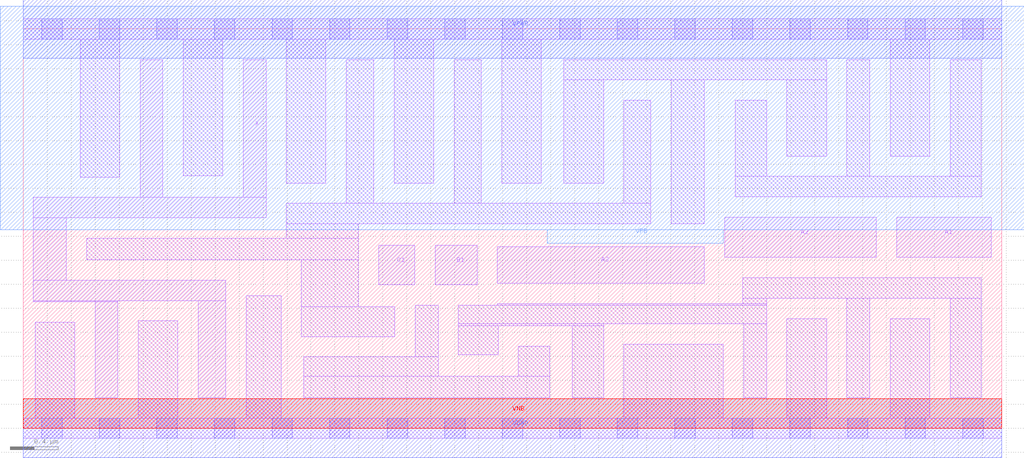
<source format=lef>
# Copyright 2020 The SkyWater PDK Authors
#
# Licensed under the Apache License, Version 2.0 (the "License");
# you may not use this file except in compliance with the License.
# You may obtain a copy of the License at
#
#     https://www.apache.org/licenses/LICENSE-2.0
#
# Unless required by applicable law or agreed to in writing, software
# distributed under the License is distributed on an "AS IS" BASIS,
# WITHOUT WARRANTIES OR CONDITIONS OF ANY KIND, either express or implied.
# See the License for the specific language governing permissions and
# limitations under the License.
#
# SPDX-License-Identifier: Apache-2.0

VERSION 5.7 ;
  NOWIREEXTENSIONATPIN ON ;
  DIVIDERCHAR "/" ;
  BUSBITCHARS "[]" ;
MACRO sky130_fd_sc_lp__o311a_4
  CLASS CORE ;
  FOREIGN sky130_fd_sc_lp__o311a_4 ;
  ORIGIN  0.000000  0.000000 ;
  SIZE  8.160000 BY  3.330000 ;
  SYMMETRY X Y R90 ;
  SITE unit ;
  PIN A1
    ANTENNAGATEAREA  0.630000 ;
    DIRECTION INPUT ;
    USE SIGNAL ;
    PORT
      LAYER li1 ;
        RECT 7.285000 1.425000 8.075000 1.760000 ;
    END
  END A1
  PIN A2
    ANTENNAGATEAREA  0.630000 ;
    DIRECTION INPUT ;
    USE SIGNAL ;
    PORT
      LAYER li1 ;
        RECT 5.850000 1.425000 7.115000 1.760000 ;
    END
  END A2
  PIN A3
    ANTENNAGATEAREA  0.630000 ;
    DIRECTION INPUT ;
    USE SIGNAL ;
    PORT
      LAYER li1 ;
        RECT 3.955000 1.210000 5.680000 1.515000 ;
    END
  END A3
  PIN B1
    ANTENNAGATEAREA  0.630000 ;
    DIRECTION INPUT ;
    USE SIGNAL ;
    PORT
      LAYER li1 ;
        RECT 3.435000 1.195000 3.785000 1.525000 ;
    END
  END B1
  PIN C1
    ANTENNAGATEAREA  0.630000 ;
    DIRECTION INPUT ;
    USE SIGNAL ;
    PORT
      LAYER li1 ;
        RECT 2.965000 1.195000 3.265000 1.525000 ;
    END
  END C1
  PIN X
    ANTENNADIFFAREA  1.176000 ;
    DIRECTION OUTPUT ;
    USE SIGNAL ;
    PORT
      LAYER li1 ;
        RECT 0.085000 1.055000 0.790000 1.065000 ;
        RECT 0.085000 1.065000 1.690000 1.235000 ;
        RECT 0.085000 1.235000 0.360000 1.755000 ;
        RECT 0.085000 1.755000 2.025000 1.925000 ;
        RECT 0.600000 0.255000 0.790000 1.055000 ;
        RECT 0.975000 1.925000 1.165000 3.075000 ;
        RECT 1.460000 0.255000 1.690000 1.065000 ;
        RECT 1.835000 1.925000 2.025000 3.075000 ;
    END
  END X
  PIN VGND
    DIRECTION INOUT ;
    USE GROUND ;
    PORT
      LAYER met1 ;
        RECT 0.000000 -0.245000 8.160000 0.245000 ;
    END
  END VGND
  PIN VNB
    DIRECTION INOUT ;
    USE GROUND ;
    PORT
      LAYER pwell ;
        RECT 0.000000 0.000000 8.160000 0.245000 ;
    END
  END VNB
  PIN VPB
    DIRECTION INOUT ;
    USE POWER ;
    PORT
      LAYER nwell ;
        RECT -0.190000 1.655000 8.350000 3.520000 ;
        RECT  4.370000 1.545000 5.840000 1.655000 ;
    END
  END VPB
  PIN VPWR
    DIRECTION INOUT ;
    USE POWER ;
    PORT
      LAYER met1 ;
        RECT 0.000000 3.085000 8.160000 3.575000 ;
    END
  END VPWR
  OBS
    LAYER li1 ;
      RECT 0.000000 -0.085000 8.160000 0.085000 ;
      RECT 0.000000  3.245000 8.160000 3.415000 ;
      RECT 0.100000  0.085000 0.430000 0.885000 ;
      RECT 0.475000  2.095000 0.805000 3.245000 ;
      RECT 0.530000  1.405000 2.795000 1.585000 ;
      RECT 0.960000  0.085000 1.290000 0.895000 ;
      RECT 1.335000  2.105000 1.665000 3.245000 ;
      RECT 1.860000  0.085000 2.150000 1.105000 ;
      RECT 2.195000  1.585000 2.795000 1.705000 ;
      RECT 2.195000  1.705000 5.235000 1.875000 ;
      RECT 2.195000  2.045000 2.525000 3.245000 ;
      RECT 2.320000  0.765000 3.100000 1.015000 ;
      RECT 2.320000  1.015000 2.795000 1.405000 ;
      RECT 2.340000  0.255000 4.390000 0.435000 ;
      RECT 2.340000  0.435000 3.460000 0.595000 ;
      RECT 2.695000  1.875000 2.925000 3.075000 ;
      RECT 3.095000  2.045000 3.425000 3.245000 ;
      RECT 3.270000  0.595000 3.460000 1.025000 ;
      RECT 3.595000  1.875000 3.820000 3.075000 ;
      RECT 3.630000  0.615000 3.960000 0.855000 ;
      RECT 3.630000  0.855000 4.840000 0.870000 ;
      RECT 3.630000  0.870000 6.200000 1.025000 ;
      RECT 3.955000  1.025000 6.200000 1.040000 ;
      RECT 3.990000  2.045000 4.320000 3.245000 ;
      RECT 4.130000  0.435000 4.390000 0.685000 ;
      RECT 4.510000  2.045000 4.840000 2.905000 ;
      RECT 4.510000  2.905000 6.700000 3.075000 ;
      RECT 4.580000  0.255000 4.840000 0.855000 ;
      RECT 5.010000  0.085000 5.840000 0.700000 ;
      RECT 5.010000  1.875000 5.235000 2.735000 ;
      RECT 5.405000  1.705000 5.680000 2.905000 ;
      RECT 5.940000  1.930000 7.990000 2.100000 ;
      RECT 5.940000  2.100000 6.200000 2.735000 ;
      RECT 6.000000  1.040000 6.200000 1.085000 ;
      RECT 6.000000  1.085000 7.990000 1.255000 ;
      RECT 6.010000  0.255000 6.200000 0.870000 ;
      RECT 6.370000  0.085000 6.700000 0.915000 ;
      RECT 6.370000  2.270000 6.700000 2.905000 ;
      RECT 6.870000  0.255000 7.060000 1.085000 ;
      RECT 6.870000  2.100000 7.060000 3.075000 ;
      RECT 7.230000  0.085000 7.560000 0.915000 ;
      RECT 7.230000  2.270000 7.560000 3.245000 ;
      RECT 7.730000  0.255000 7.990000 1.085000 ;
      RECT 7.730000  2.100000 7.990000 3.075000 ;
    LAYER mcon ;
      RECT 0.155000 -0.085000 0.325000 0.085000 ;
      RECT 0.155000  3.245000 0.325000 3.415000 ;
      RECT 0.635000 -0.085000 0.805000 0.085000 ;
      RECT 0.635000  3.245000 0.805000 3.415000 ;
      RECT 1.115000 -0.085000 1.285000 0.085000 ;
      RECT 1.115000  3.245000 1.285000 3.415000 ;
      RECT 1.595000 -0.085000 1.765000 0.085000 ;
      RECT 1.595000  3.245000 1.765000 3.415000 ;
      RECT 2.075000 -0.085000 2.245000 0.085000 ;
      RECT 2.075000  3.245000 2.245000 3.415000 ;
      RECT 2.555000 -0.085000 2.725000 0.085000 ;
      RECT 2.555000  3.245000 2.725000 3.415000 ;
      RECT 3.035000 -0.085000 3.205000 0.085000 ;
      RECT 3.035000  3.245000 3.205000 3.415000 ;
      RECT 3.515000 -0.085000 3.685000 0.085000 ;
      RECT 3.515000  3.245000 3.685000 3.415000 ;
      RECT 3.995000 -0.085000 4.165000 0.085000 ;
      RECT 3.995000  3.245000 4.165000 3.415000 ;
      RECT 4.475000 -0.085000 4.645000 0.085000 ;
      RECT 4.475000  3.245000 4.645000 3.415000 ;
      RECT 4.955000 -0.085000 5.125000 0.085000 ;
      RECT 4.955000  3.245000 5.125000 3.415000 ;
      RECT 5.435000 -0.085000 5.605000 0.085000 ;
      RECT 5.435000  3.245000 5.605000 3.415000 ;
      RECT 5.915000 -0.085000 6.085000 0.085000 ;
      RECT 5.915000  3.245000 6.085000 3.415000 ;
      RECT 6.395000 -0.085000 6.565000 0.085000 ;
      RECT 6.395000  3.245000 6.565000 3.415000 ;
      RECT 6.875000 -0.085000 7.045000 0.085000 ;
      RECT 6.875000  3.245000 7.045000 3.415000 ;
      RECT 7.355000 -0.085000 7.525000 0.085000 ;
      RECT 7.355000  3.245000 7.525000 3.415000 ;
      RECT 7.835000 -0.085000 8.005000 0.085000 ;
      RECT 7.835000  3.245000 8.005000 3.415000 ;
  END
END sky130_fd_sc_lp__o311a_4
END LIBRARY

</source>
